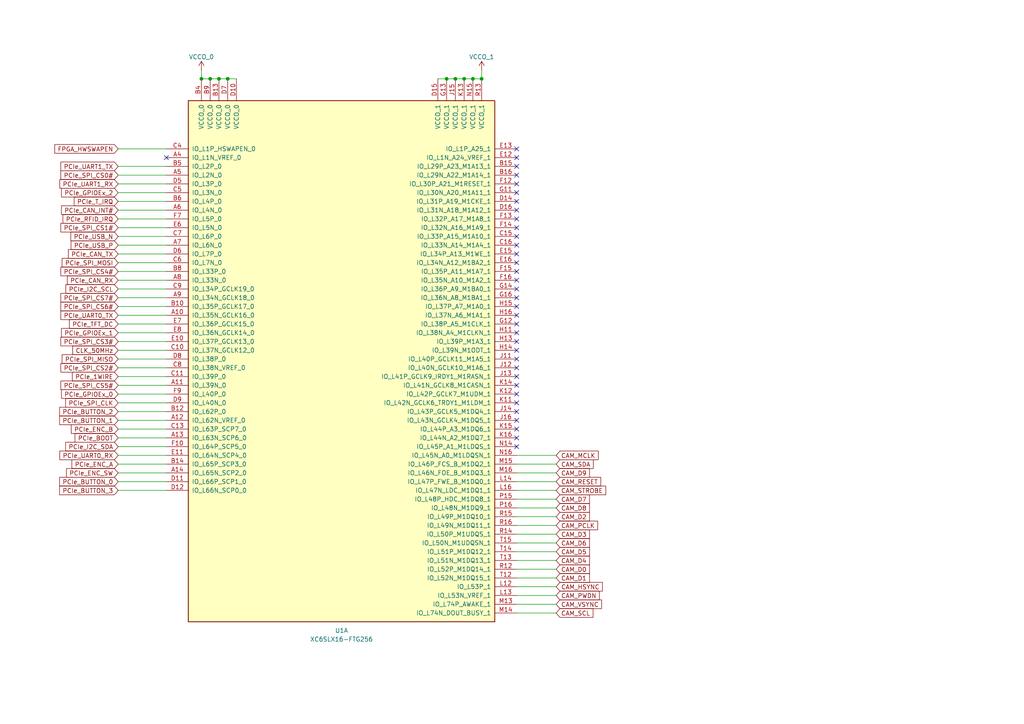
<source format=kicad_sch>
(kicad_sch (version 20231120) (generator "eeschema") (generator_version "8.0")
  (paper "A4")
  (lib_symbols
    (symbol "FPGA_Xilinx_Spartan6:XC6SLX16-FTG256" (pin_names (offset 1.016))
      (property "Reference" "U" (at 0 1.27 0))
      (property "Value" "XC6SLX16-FTG256" (at 0 -1.27 0))
      (symbol "XC6SLX16-FTG256_1_1"
        (rectangle (start -44.45 72.39) (end 44.45 -78.74) (stroke (width 0.254)) (fill (type background)))
        (pin bidirectional line (at -50.8 10.16 0) (length 6.35) (name "IO_L35N_GCLK16_0") (number "A10"))
        (pin bidirectional line (at -50.8 -10.16 0) (length 6.35) (name "IO_L39N_0") (number "A11"))
        (pin bidirectional line (at -50.8 -20.32 0) (length 6.35) (name "IO_L62N_VREF_0") (number "A12"))
        (pin bidirectional line (at -50.8 -25.4 0) (length 6.35) (name "IO_L63N_SCP6_0") (number "A13"))
        (pin bidirectional line (at -50.8 -35.56 0) (length 6.35) (name "IO_L65N_SCP2_0") (number "A14"))
        (pin bidirectional line (at -50.8 55.88 0) (length 6.35) (name "IO_L1N_VREF_0") (number "A4"))
        (pin bidirectional line (at -50.8 50.8 0) (length 6.35) (name "IO_L2N_0") (number "A5"))
        (pin bidirectional line (at -50.8 40.64 0) (length 6.35) (name "IO_L4N_0") (number "A6"))
        (pin bidirectional line (at -50.8 30.48 0) (length 6.35) (name "IO_L6N_0") (number "A7"))
        (pin bidirectional line (at -50.8 20.32 0) (length 6.35) (name "IO_L33N_0") (number "A8"))
        (pin bidirectional line (at -50.8 15.24 0) (length 6.35) (name "IO_L34N_GCLK18_0") (number "A9"))
        (pin bidirectional line (at -50.8 12.7 0) (length 6.35) (name "IO_L35P_GCLK17_0") (number "B10"))
        (pin bidirectional line (at -50.8 -17.78 0) (length 6.35) (name "IO_L62P_0") (number "B12"))
        (pin power_in line (at -35.56 78.74 270) (length 6.35) (name "VCCO_0") (number "B13"))
        (pin bidirectional line (at -50.8 -33.02 0) (length 6.35) (name "IO_L65P_SCP3_0") (number "B14"))
        (pin bidirectional line (at 50.8 53.34 180) (length 6.35) (name "IO_L29P_A23_M1A13_1") (number "B15"))
        (pin bidirectional line (at 50.8 50.8 180) (length 6.35) (name "IO_L29N_A22_M1A14_1") (number "B16"))
        (pin power_in line (at -40.64 78.74 270) (length 6.35) (name "VCCO_0") (number "B4"))
        (pin bidirectional line (at -50.8 53.34 0) (length 6.35) (name "IO_L2P_0") (number "B5"))
        (pin bidirectional line (at -50.8 43.18 0) (length 6.35) (name "IO_L4P_0") (number "B6"))
        (pin bidirectional line (at -50.8 22.86 0) (length 6.35) (name "IO_L33P_0") (number "B8"))
        (pin power_in line (at -38.1 78.74 270) (length 6.35) (name "VCCO_0") (number "B9"))
        (pin bidirectional line (at -50.8 0 0) (length 6.35) (name "IO_L37N_GCLK12_0") (number "C10"))
        (pin bidirectional line (at -50.8 -7.62 0) (length 6.35) (name "IO_L39P_0") (number "C11"))
        (pin bidirectional line (at -50.8 -22.86 0) (length 6.35) (name "IO_L63P_SCP7_0") (number "C13"))
        (pin bidirectional line (at 50.8 33.02 180) (length 6.35) (name "IO_L33P_A15_M1A10_1") (number "C15"))
        (pin bidirectional line (at 50.8 30.48 180) (length 6.35) (name "IO_L33N_A14_M1A4_1") (number "C16"))
        (pin bidirectional line (at -50.8 58.42 0) (length 6.35) (name "IO_L1P_HSWAPEN_0") (number "C4"))
        (pin bidirectional line (at -50.8 45.72 0) (length 6.35) (name "IO_L3N_0") (number "C5"))
        (pin bidirectional line (at -50.8 25.4 0) (length 6.35) (name "IO_L7N_0") (number "C6"))
        (pin bidirectional line (at -50.8 33.02 0) (length 6.35) (name "IO_L6P_0") (number "C7"))
        (pin bidirectional line (at -50.8 -5.08 0) (length 6.35) (name "IO_L38N_VREF_0") (number "C8"))
        (pin bidirectional line (at -50.8 17.78 0) (length 6.35) (name "IO_L34P_GCLK19_0") (number "C9"))
        (pin power_in line (at -30.48 78.74 270) (length 6.35) (name "VCCO_0") (number "D10"))
        (pin bidirectional line (at -50.8 -38.1 0) (length 6.35) (name "IO_L66P_SCP1_0") (number "D11"))
        (pin bidirectional line (at -50.8 -40.64 0) (length 6.35) (name "IO_L66N_SCP0_0") (number "D12"))
        (pin bidirectional line (at 50.8 43.18 180) (length 6.35) (name "IO_L31P_A19_M1CKE_1") (number "D14"))
        (pin power_in line (at 27.94 78.74 270) (length 6.35) (name "VCCO_1") (number "D15"))
        (pin bidirectional line (at 50.8 40.64 180) (length 6.35) (name "IO_L31N_A18_M1A12_1") (number "D16"))
        (pin bidirectional line (at -50.8 48.26 0) (length 6.35) (name "IO_L3P_0") (number "D5"))
        (pin bidirectional line (at -50.8 27.94 0) (length 6.35) (name "IO_L7P_0") (number "D6"))
        (pin power_in line (at -33.02 78.74 270) (length 6.35) (name "VCCO_0") (number "D7"))
        (pin bidirectional line (at -50.8 -2.54 0) (length 6.35) (name "IO_L38P_0") (number "D8"))
        (pin bidirectional line (at -50.8 -15.24 0) (length 6.35) (name "IO_L40N_0") (number "D9"))
        (pin bidirectional line (at -50.8 2.54 0) (length 6.35) (name "IO_L37P_GCLK13_0") (number "E10"))
        (pin bidirectional line (at -50.8 -30.48 0) (length 6.35) (name "IO_L64N_SCP4_0") (number "E11"))
        (pin bidirectional line (at 50.8 55.88 180) (length 6.35) (name "IO_L1N_A24_VREF_1") (number "E12"))
        (pin bidirectional line (at 50.8 58.42 180) (length 6.35) (name "IO_L1P_A25_1") (number "E13"))
        (pin bidirectional line (at 50.8 27.94 180) (length 6.35) (name "IO_L34P_A13_M1WE_1") (number "E15"))
        (pin bidirectional line (at 50.8 25.4 180) (length 6.35) (name "IO_L34N_A12_M1BA2_1") (number "E16"))
        (pin bidirectional line (at -50.8 35.56 0) (length 6.35) (name "IO_L5N_0") (number "E6"))
        (pin bidirectional line (at -50.8 7.62 0) (length 6.35) (name "IO_L36P_GCLK15_0") (number "E7"))
        (pin bidirectional line (at -50.8 5.08 0) (length 6.35) (name "IO_L36N_GCLK14_0") (number "E8"))
        (pin bidirectional line (at -50.8 -27.94 0) (length 6.35) (name "IO_L64P_SCP5_0") (number "F10"))
        (pin bidirectional line (at 50.8 48.26 180) (length 6.35) (name "IO_L30P_A21_M1RESET_1") (number "F12"))
        (pin bidirectional line (at 50.8 38.1 180) (length 6.35) (name "IO_L32P_A17_M1A8_1") (number "F13"))
        (pin bidirectional line (at 50.8 35.56 180) (length 6.35) (name "IO_L32N_A16_M1A9_1") (number "F14"))
        (pin bidirectional line (at 50.8 22.86 180) (length 6.35) (name "IO_L35P_A11_M1A7_1") (number "F15"))
        (pin bidirectional line (at 50.8 20.32 180) (length 6.35) (name "IO_L35N_A10_M1A2_1") (number "F16"))
        (pin bidirectional line (at -50.8 38.1 0) (length 6.35) (name "IO_L5P_0") (number "F7"))
        (pin bidirectional line (at -50.8 -12.7 0) (length 6.35) (name "IO_L40P_0") (number "F9"))
        (pin bidirectional line (at 50.8 45.72 180) (length 6.35) (name "IO_L30N_A20_M1A11_1") (number "G11"))
        (pin bidirectional line (at 50.8 7.62 180) (length 6.35) (name "IO_L38P_A5_M1CLK_1") (number "G12"))
        (pin power_in line (at 30.48 78.74 270) (length 6.35) (name "VCCO_1") (number "G13"))
        (pin bidirectional line (at 50.8 17.78 180) (length 6.35) (name "IO_L36P_A9_M1BA0_1") (number "G14"))
        (pin bidirectional line (at 50.8 15.24 180) (length 6.35) (name "IO_L36N_A8_M1BA1_1") (number "G16"))
        (pin bidirectional line (at 50.8 5.08 180) (length 6.35) (name "IO_L38N_A4_M1CLKN_1") (number "H11"))
        (pin bidirectional line (at 50.8 2.54 180) (length 6.35) (name "IO_L39P_M1A3_1") (number "H13"))
        (pin bidirectional line (at 50.8 0 180) (length 6.35) (name "IO_L39N_M1ODT_1") (number "H14"))
        (pin bidirectional line (at 50.8 12.7 180) (length 6.35) (name "IO_L37P_A7_M1A0_1") (number "H15"))
        (pin bidirectional line (at 50.8 10.16 180) (length 6.35) (name "IO_L37N_A6_M1A1_1") (number "H16"))
        (pin bidirectional line (at 50.8 -2.54 180) (length 6.35) (name "IO_L40P_GCLK11_M1A5_1") (number "J11"))
        (pin bidirectional line (at 50.8 -5.08 180) (length 6.35) (name "IO_L40N_GCLK10_M1A6_1") (number "J12"))
        (pin bidirectional line (at 50.8 -7.62 180) (length 6.35) (name "IO_L41P_GCLK9_IRDY1_M1RASN_1") (number "J13"))
        (pin bidirectional line (at 50.8 -17.78 180) (length 6.35) (name "IO_L43P_GCLK5_M1DQ4_1") (number "J14"))
        (pin power_in line (at 33.02 78.74 270) (length 6.35) (name "VCCO_1") (number "J15"))
        (pin bidirectional line (at 50.8 -20.32 180) (length 6.35) (name "IO_L43N_GCLK4_M1DQ5_1") (number "J16"))
        (pin bidirectional line (at 50.8 -15.24 180) (length 6.35) (name "IO_L42N_GCLK6_TRDY1_M1LDM_1") (number "K11"))
        (pin bidirectional line (at 50.8 -12.7 180) (length 6.35) (name "IO_L42P_GCLK7_M1UDM_1") (number "K12"))
        (pin power_in line (at 35.56 78.74 270) (length 6.35) (name "VCCO_1") (number "K13"))
        (pin bidirectional line (at 50.8 -10.16 180) (length 6.35) (name "IO_L41N_GCLK8_M1CASN_1") (number "K14"))
        (pin bidirectional line (at 50.8 -22.86 180) (length 6.35) (name "IO_L44P_A3_M1DQ6_1") (number "K15"))
        (pin bidirectional line (at 50.8 -25.4 180) (length 6.35) (name "IO_L44N_A2_M1DQ7_1") (number "K16"))
        (pin bidirectional line (at 50.8 -68.58 180) (length 6.35) (name "IO_L53P_1") (number "L12"))
        (pin bidirectional line (at 50.8 -71.12 180) (length 6.35) (name "IO_L53N_VREF_1") (number "L13"))
        (pin bidirectional line (at 50.8 -38.1 180) (length 6.35) (name "IO_L47P_FWE_B_M1DQ0_1") (number "L14"))
        (pin bidirectional line (at 50.8 -40.64 180) (length 6.35) (name "IO_L47N_LDC_M1DQ1_1") (number "L16"))
        (pin bidirectional line (at 50.8 -73.66 180) (length 6.35) (name "IO_L74P_AWAKE_1") (number "M13"))
        (pin bidirectional line (at 50.8 -76.2 180) (length 6.35) (name "IO_L74N_DOUT_BUSY_1") (number "M14"))
        (pin bidirectional line (at 50.8 -33.02 180) (length 6.35) (name "IO_L46P_FCS_B_M1DQ2_1") (number "M15"))
        (pin bidirectional line (at 50.8 -35.56 180) (length 6.35) (name "IO_L46N_FOE_B_M1DQ3_1") (number "M16"))
        (pin bidirectional line (at 50.8 -27.94 180) (length 6.35) (name "IO_L45P_A1_M1LDQS_1") (number "N14"))
        (pin power_in line (at 38.1 78.74 270) (length 6.35) (name "VCCO_1") (number "N15"))
        (pin bidirectional line (at 50.8 -30.48 180) (length 6.35) (name "IO_L45N_A0_M1LDQSN_1") (number "N16"))
        (pin bidirectional line (at 50.8 -43.18 180) (length 6.35) (name "IO_L48P_HDC_M1DQ8_1") (number "P15"))
        (pin bidirectional line (at 50.8 -45.72 180) (length 6.35) (name "IO_L48N_M1DQ9_1") (number "P16"))
        (pin bidirectional line (at 50.8 -63.5 180) (length 6.35) (name "IO_L52P_M1DQ14_1") (number "R12"))
        (pin power_in line (at 40.64 78.74 270) (length 6.35) (name "VCCO_1") (number "R13"))
        (pin bidirectional line (at 50.8 -53.34 180) (length 6.35) (name "IO_L50P_M1UDQS_1") (number "R14"))
        (pin bidirectional line (at 50.8 -48.26 180) (length 6.35) (name "IO_L49P_M1DQ10_1") (number "R15"))
        (pin bidirectional line (at 50.8 -50.8 180) (length 6.35) (name "IO_L49N_M1DQ11_1") (number "R16"))
        (pin bidirectional line (at 50.8 -66.04 180) (length 6.35) (name "IO_L52N_M1DQ15_1") (number "T12"))
        (pin bidirectional line (at 50.8 -60.96 180) (length 6.35) (name "IO_L51N_M1DQ13_1") (number "T13"))
        (pin bidirectional line (at 50.8 -58.42 180) (length 6.35) (name "IO_L51P_M1DQ12_1") (number "T14"))
        (pin bidirectional line (at 50.8 -55.88 180) (length 6.35) (name "IO_L50N_M1UDQSN_1") (number "T15"))
      )
      (symbol "XC6SLX16-FTG256_2_1"
        (rectangle (start -44.45 72.39) (end 44.45 -78.74) (stroke (width 0.254)) (fill (type background)))
        (pin bidirectional line (at 50.8 -55.88 180) (length 6.35) (name "IO_L52N_M3A9_3") (number "A2"))
        (pin bidirectional line (at 50.8 -76.2 180) (length 6.35) (name "IO_L83N_VREF_3") (number "A3"))
        (pin bidirectional line (at 50.8 -45.72 180) (length 6.35) (name "IO_L50N_M3BA2_3") (number "B1"))
        (pin bidirectional line (at 50.8 -53.34 180) (length 6.35) (name "IO_L52P_M3A8_3") (number "B2"))
        (pin bidirectional line (at 50.8 -73.66 180) (length 6.35) (name "IO_L83P_3") (number "B3"))
        (pin bidirectional line (at 50.8 -43.18 180) (length 6.35) (name "IO_L50P_M3WE_3") (number "C1"))
        (pin bidirectional line (at 50.8 -35.56 180) (length 6.35) (name "IO_L48N_M3BA1_3") (number "C2"))
        (pin bidirectional line (at 50.8 -33.02 180) (length 6.35) (name "IO_L48P_M3BA0_3") (number "C3"))
        (pin bidirectional line (at 50.8 -40.64 180) (length 6.35) (name "IO_L49N_M3A2_3") (number "D1"))
        (pin power_in line (at 30.48 78.74 270) (length 6.35) (name "VCCO_3") (number "D2"))
        (pin bidirectional line (at 50.8 -38.1 180) (length 6.35) (name "IO_L49P_M3A7_3") (number "D3"))
        (pin bidirectional line (at 50.8 -25.4 180) (length 6.35) (name "IO_L46N_M3CLKN_3") (number "E1"))
        (pin bidirectional line (at 50.8 -22.86 180) (length 6.35) (name "IO_L46P_M3CLK_3") (number "E2"))
        (pin bidirectional line (at 50.8 -66.04 180) (length 6.35) (name "IO_L54N_M3A11_3") (number "E3"))
        (pin bidirectional line (at 50.8 -63.5 180) (length 6.35) (name "IO_L54P_M3RESET_3") (number "E4"))
        (pin bidirectional line (at 50.8 0 180) (length 6.35) (name "IO_L41N_GCLK26_M3DQ5_3") (number "F1"))
        (pin bidirectional line (at 50.8 2.54 180) (length 6.35) (name "IO_L41P_GCLK27_M3DQ4_3") (number "F2"))
        (pin bidirectional line (at 50.8 -60.96 180) (length 6.35) (name "IO_L53N_M3A12_3") (number "F3"))
        (pin bidirectional line (at 50.8 -58.42 180) (length 6.35) (name "IO_L53P_M3CKE_3") (number "F4"))
        (pin bidirectional line (at 50.8 -71.12 180) (length 6.35) (name "IO_L55N_M3A14_3") (number "F5"))
        (pin bidirectional line (at 50.8 -68.58 180) (length 6.35) (name "IO_L55P_M3A13_3") (number "F6"))
        (pin bidirectional line (at 50.8 5.08 180) (length 6.35) (name "IO_L40N_M3DQ7_3") (number "G1"))
        (pin bidirectional line (at 50.8 7.62 180) (length 6.35) (name "IO_L40P_M3DQ6_3") (number "G3"))
        (pin power_in line (at 33.02 78.74 270) (length 6.35) (name "VCCO_3") (number "G4"))
        (pin bidirectional line (at 50.8 -50.8 180) (length 6.35) (name "IO_L51N_M3A4_3") (number "G5"))
        (pin bidirectional line (at 50.8 -48.26 180) (length 6.35) (name "IO_L51P_M3A10_3") (number "G6"))
        (pin bidirectional line (at 50.8 10.16 180) (length 6.35) (name "IO_L39N_M3LDQSN_3") (number "H1"))
        (pin bidirectional line (at 50.8 12.7 180) (length 6.35) (name "IO_L39P_M3LDQS_3") (number "H2"))
        (pin bidirectional line (at 50.8 -15.24 180) (length 6.35) (name "IO_L44N_GCLK20_M3A6_3") (number "H3"))
        (pin bidirectional line (at 50.8 -12.7 180) (length 6.35) (name "IO_L44P_GCLK21_M3A5_3") (number "H4"))
        (pin bidirectional line (at 50.8 -10.16 180) (length 6.35) (name "IO_L43N_GCLK22_IRDY2_M3CASN_3") (number "H5"))
        (pin bidirectional line (at 50.8 15.24 180) (length 6.35) (name "IO_L38N_M3DQ3_3") (number "J1"))
        (pin power_in line (at 35.56 78.74 270) (length 6.35) (name "VCCO_3") (number "J2"))
        (pin bidirectional line (at 50.8 17.78 180) (length 6.35) (name "IO_L38P_M3DQ2_3") (number "J3"))
        (pin bidirectional line (at 50.8 -5.08 180) (length 6.35) (name "IO_L42N_GCLK24_M3LDM_3") (number "J4"))
        (pin bidirectional line (at 50.8 -7.62 180) (length 6.35) (name "IO_L43P_GCLK23_M3RASN_3") (number "J6"))
        (pin bidirectional line (at 50.8 20.32 180) (length 6.35) (name "IO_L37N_M3DQ1_3") (number "K1"))
        (pin bidirectional line (at 50.8 22.86 180) (length 6.35) (name "IO_L37P_M3DQ0_3") (number "K2"))
        (pin bidirectional line (at 50.8 -2.54 180) (length 6.35) (name "IO_L42P_GCLK25_TRDY2_M3UDM_3") (number "K3"))
        (pin power_in line (at 38.1 78.74 270) (length 6.35) (name "VCCO_3") (number "K4"))
        (pin bidirectional line (at 50.8 -27.94 180) (length 6.35) (name "IO_L47P_M3A0_3") (number "K5"))
        (pin bidirectional line (at 50.8 -30.48 180) (length 6.35) (name "IO_L47N_M3A1_3") (number "K6"))
        (pin bidirectional line (at 50.8 25.4 180) (length 6.35) (name "IO_L36N_M3DQ9_3") (number "L1"))
        (pin bidirectional line (at -50.8 27.94 0) (length 6.35) (name "IO_L16P_2") (number "L10"))
        (pin bidirectional line (at 50.8 27.94 180) (length 6.35) (name "IO_L36P_M3DQ8_3") (number "L3"))
        (pin bidirectional line (at 50.8 -17.78 180) (length 6.35) (name "IO_L45P_M3A3_3") (number "L4"))
        (pin bidirectional line (at 50.8 -20.32 180) (length 6.35) (name "IO_L45N_M3ODT_3") (number "L5"))
        (pin bidirectional line (at -50.8 -20.32 0) (length 6.35) (name "IO_L62N_D6_2") (number "L7"))
        (pin bidirectional line (at -50.8 -17.78 0) (length 6.35) (name "IO_L62P_D5_2") (number "L8"))
        (pin bidirectional line (at 50.8 30.48 180) (length 6.35) (name "IO_L35N_M3DQ11_3") (number "M1"))
        (pin bidirectional line (at -50.8 25.4 0) (length 6.35) (name "IO_L16N_VREF_2") (number "M10"))
        (pin bidirectional line (at -50.8 50.8 0) (length 6.35) (name "IO_L2N_CMPMOSI_2") (number "M11"))
        (pin bidirectional line (at -50.8 53.34 0) (length 6.35) (name "IO_L2P_CMPCLK_2") (number "M12"))
        (pin bidirectional line (at 50.8 33.02 180) (length 6.35) (name "IO_L35P_M3DQ10_3") (number "M2"))
        (pin bidirectional line (at 50.8 55.88 180) (length 6.35) (name "IO_L1N_VREF_3") (number "M3"))
        (pin bidirectional line (at 50.8 58.42 180) (length 6.35) (name "IO_L1P_3") (number "M4"))
        (pin bidirectional line (at 50.8 53.34 180) (length 6.35) (name "IO_L2P_3") (number "M5"))
        (pin bidirectional line (at -50.8 -27.94 0) (length 6.35) (name "IO_L64P_D8_2") (number "M6"))
        (pin bidirectional line (at -50.8 5.08 0) (length 6.35) (name "IO_L31N_GCLK30_D15_2") (number "M7"))
        (pin bidirectional line (at -50.8 17.78 0) (length 6.35) (name "IO_L29P_GCLK3_2") (number "M9"))
        (pin bidirectional line (at 50.8 35.56 180) (length 6.35) (name "IO_L34N_M3UDQSN_3") (number "N1"))
        (pin power_in line (at -38.1 78.74 270) (length 6.35) (name "VCCO_2") (number "N10"))
        (pin bidirectional line (at -50.8 38.1 0) (length 6.35) (name "IO_L13P_M1_2") (number "N11"))
        (pin bidirectional line (at -50.8 43.18 0) (length 6.35) (name "IO_L12P_D1_MISO2_2") (number "N12"))
        (pin power_in line (at 40.64 78.74 270) (length 6.35) (name "VCCO_3") (number "N2"))
        (pin bidirectional line (at 50.8 38.1 180) (length 6.35) (name "IO_L34P_M3UDQS_3") (number "N3"))
        (pin bidirectional line (at 50.8 50.8 180) (length 6.35) (name "IO_L2N_3") (number "N4"))
        (pin bidirectional line (at -50.8 -12.7 0) (length 6.35) (name "IO_L49P_D3_2") (number "N5"))
        (pin bidirectional line (at -50.8 -30.48 0) (length 6.35) (name "IO_L64N_D9_2") (number "N6"))
        (pin power_in line (at -40.64 78.74 270) (length 6.35) (name "VCCO_2") (number "N7"))
        (pin bidirectional line (at -50.8 15.24 0) (length 6.35) (name "IO_L29N_GCLK2_2") (number "N8"))
        (pin bidirectional line (at -50.8 33.02 0) (length 6.35) (name "IO_L14P_D11_2") (number "N9"))
        (pin bidirectional line (at 50.8 40.64 180) (length 6.35) (name "IO_L33N_M3DQ13_3") (number "P1"))
        (pin bidirectional line (at -50.8 48.26 0) (length 6.35) (name "IO_L3P_D0_DIN_MISO_MISO1_2") (number "P10"))
        (pin bidirectional line (at -50.8 35.56 0) (length 6.35) (name "IO_L13N_D10_2") (number "P11"))
        (pin bidirectional line (at -50.8 40.64 0) (length 6.35) (name "IO_L12N_D2_MISO3_2") (number "P12"))
        (pin bidirectional line (at 50.8 43.18 180) (length 6.35) (name "IO_L33P_M3DQ12_3") (number "P2"))
        (pin bidirectional line (at -50.8 -22.86 0) (length 6.35) (name "IO_L63P_2") (number "P4"))
        (pin bidirectional line (at -50.8 -15.24 0) (length 6.35) (name "IO_L49N_D4_2") (number "P5"))
        (pin bidirectional line (at -50.8 -2.54 0) (length 6.35) (name "IO_L47P_2") (number "P6"))
        (pin bidirectional line (at -50.8 7.62 0) (length 6.35) (name "IO_L31P_GCLK31_D14_2") (number "P7"))
        (pin bidirectional line (at -50.8 12.7 0) (length 6.35) (name "IO_L30P_GCLK1_D13_2") (number "P8"))
        (pin bidirectional line (at -50.8 30.48 0) (length 6.35) (name "IO_L14N_D12_2") (number "P9"))
        (pin bidirectional line (at 50.8 45.72 180) (length 6.35) (name "IO_L32N_M3DQ15_3") (number "R1"))
        (pin bidirectional line (at -50.8 58.42 0) (length 6.35) (name "IO_L1P_CCLK_2") (number "R11"))
        (pin bidirectional line (at 50.8 48.26 180) (length 6.35) (name "IO_L32P_M3DQ14_3") (number "R2"))
        (pin bidirectional line (at -50.8 -33.02 0) (length 6.35) (name "IO_L65P_INIT_B_2") (number "R3"))
        (pin power_in line (at -35.56 78.74 270) (length 6.35) (name "VCCO_2") (number "R4"))
        (pin bidirectional line (at -50.8 -7.62 0) (length 6.35) (name "IO_L48P_D7_2") (number "R5"))
        (pin bidirectional line (at -50.8 2.54 0) (length 6.35) (name "IO_L32P_GCLK29_2") (number "R7"))
        (pin power_in line (at -33.02 78.74 270) (length 6.35) (name "VCCO_2") (number "R8"))
        (pin bidirectional line (at -50.8 22.86 0) (length 6.35) (name "IO_L23P_2") (number "R9"))
        (pin bidirectional line (at -50.8 45.72 0) (length 6.35) (name "IO_L3N_MOSI_CSI_B_MISO0_2") (number "T10"))
        (pin bidirectional line (at -50.8 55.88 0) (length 6.35) (name "IO_L1N_M0_CMPMISO_2") (number "T11"))
        (pin bidirectional line (at -50.8 -35.56 0) (length 6.35) (name "IO_L65N_CSO_B_2") (number "T3"))
        (pin bidirectional line (at -50.8 -25.4 0) (length 6.35) (name "IO_L63N_2") (number "T4"))
        (pin bidirectional line (at -50.8 -10.16 0) (length 6.35) (name "IO_L48N_RDWR_B_VREF_2") (number "T5"))
        (pin bidirectional line (at -50.8 -5.08 0) (length 6.35) (name "IO_L47N_2") (number "T6"))
        (pin bidirectional line (at -50.8 0 0) (length 6.35) (name "IO_L32N_GCLK28_2") (number "T7"))
        (pin bidirectional line (at -50.8 10.16 0) (length 6.35) (name "IO_L30N_GCLK0_USERCCLK_2") (number "T8"))
        (pin bidirectional line (at -50.8 20.32 0) (length 6.35) (name "IO_L23N_2") (number "T9"))
      )
      (symbol "XC6SLX16-FTG256_3_1"
        (rectangle (start -31.75 15.24) (end 31.75 -15.24) (stroke (width 0.254)) (fill (type background)))
        (pin bidirectional line (at 38.1 7.62 180) (length 6.35) (name "TMS") (number "A15"))
        (pin bidirectional line (at 38.1 12.7 180) (length 6.35) (name "TDI") (number "C12"))
        (pin bidirectional line (at 38.1 5.08 180) (length 6.35) (name "TCK") (number "C14"))
        (pin bidirectional line (at 38.1 10.16 180) (length 6.35) (name "TDO") (number "E14"))
        (pin bidirectional line (at 38.1 -12.7 180) (length 6.35) (name "CMPCS_B_2") (number "L11"))
        (pin bidirectional line (at 38.1 0 180) (length 6.35) (name "DONE_2") (number "P13"))
        (pin bidirectional line (at 38.1 -7.62 180) (length 6.35) (name "SUSPEND") (number "P14"))
        (pin bidirectional line (at 38.1 -2.54 180) (length 6.35) (name "PROGRAM_B_2") (number "T2"))
      )
      (symbol "XC6SLX16-FTG256_4_1"
        (rectangle (start -19.05 30.48) (end 19.05 -30.48) (stroke (width 0.254)) (fill (type background)))
        (pin power_in line (at -25.4 2.54 0) (length 6.35) (name "GND") (number "A1"))
        (pin power_in line (at -25.4 0 0) (length 6.35) (name "GND") (number "A16"))
        (pin power_in line (at -25.4 -5.08 0) (length 6.35) (name "GND") (number "B11"))
        (pin power_in line (at -25.4 -2.54 0) (length 6.35) (name "GND") (number "B7"))
        (pin power_in line (at -25.4 -10.16 0) (length 6.35) (name "GND") (number "D13"))
        (pin power_in line (at -25.4 -7.62 0) (length 6.35) (name "GND") (number "D4"))
        (pin power_in line (at -25.4 27.94 0) (length 6.35) (name "VCCAUX") (number "E5"))
        (pin power_in line (at -25.4 -12.7 0) (length 6.35) (name "GND") (number "E9"))
        (pin power_in line (at -25.4 22.86 0) (length 6.35) (name "VCCAUX") (number "F11"))
        (pin power_in line (at -25.4 25.4 0) (length 6.35) (name "VCCAUX") (number "F8"))
        (pin power_in line (at -25.4 20.32 0) (length 6.35) (name "VCCAUX") (number "G10"))
        (pin power_in line (at -25.4 -20.32 0) (length 6.35) (name "GND") (number "G15"))
        (pin power_in line (at -25.4 -15.24 0) (length 6.35) (name "GND") (number "G2"))
        (pin power_in line (at 25.4 27.94 180) (length 6.35) (name "VCCINT") (number "G7"))
        (pin power_in line (at -25.4 -17.78 0) (length 6.35) (name "GND") (number "G8"))
        (pin power_in line (at 25.4 25.4 180) (length 6.35) (name "VCCINT") (number "G9"))
        (pin power_in line (at 25.4 20.32 180) (length 6.35) (name "VCCINT") (number "H10"))
        (pin power_in line (at -25.4 -27.94 0) (length 6.35) (name "GND") (number "H12"))
        (pin power_in line (at -25.4 17.78 0) (length 6.35) (name "VCCAUX") (number "H6"))
        (pin power_in line (at -25.4 -22.86 0) (length 6.35) (name "GND") (number "H7"))
        (pin power_in line (at 25.4 22.86 180) (length 6.35) (name "VCCINT") (number "H8"))
        (pin power_in line (at -25.4 -25.4 0) (length 6.35) (name "GND") (number "H9"))
        (pin power_in line (at -25.4 15.24 0) (length 6.35) (name "VCCAUX") (number "J10"))
        (pin power_in line (at 25.4 2.54 180) (length 6.35) (name "GND") (number "J5"))
        (pin power_in line (at 25.4 17.78 180) (length 6.35) (name "VCCINT") (number "J7"))
        (pin power_in line (at 25.4 0 180) (length 6.35) (name "GND") (number "J8"))
        (pin power_in line (at 25.4 15.24 180) (length 6.35) (name "VCCINT") (number "J9"))
        (pin power_in line (at 25.4 10.16 180) (length 6.35) (name "VCCINT") (number "K10"))
        (pin power_in line (at 25.4 -2.54 180) (length 6.35) (name "GND") (number "K7"))
        (pin power_in line (at 25.4 12.7 180) (length 6.35) (name "VCCINT") (number "K8"))
        (pin power_in line (at 25.4 -5.08 180) (length 6.35) (name "GND") (number "K9"))
        (pin power_in line (at 25.4 -10.16 180) (length 6.35) (name "GND") (number "L15"))
        (pin power_in line (at 25.4 -7.62 180) (length 6.35) (name "GND") (number "L2"))
        (pin power_in line (at -25.4 12.7 0) (length 6.35) (name "VCCAUX") (number "L6"))
        (pin power_in line (at -25.4 10.16 0) (length 6.35) (name "VCCAUX") (number "L9"))
        (pin power_in line (at 25.4 -12.7 180) (length 6.35) (name "GND") (number "M8"))
        (pin power_in line (at 25.4 -15.24 180) (length 6.35) (name "GND") (number "N13"))
        (pin power_in line (at 25.4 -17.78 180) (length 6.35) (name "GND") (number "P3"))
        (pin power_in line (at 25.4 -22.86 180) (length 6.35) (name "GND") (number "R10"))
        (pin power_in line (at 25.4 -20.32 180) (length 6.35) (name "GND") (number "R6"))
        (pin power_in line (at 25.4 -25.4 180) (length 6.35) (name "GND") (number "T1"))
        (pin power_in line (at 25.4 -27.94 180) (length 6.35) (name "GND") (number "T16"))
      )
    )
    (symbol "power:VDD" (power) (pin_numbers hide) (pin_names (offset 0) hide)
      (property "Value" "VDD" (at 0 3.556 0))
      (symbol "VDD_0_1"
        (polyline (pts (xy -0.762 1.27) (xy 0 2.54)))
        (polyline (pts (xy 0 0) (xy 0 2.54)))
        (polyline (pts (xy 0 2.54) (xy 0.762 1.27)))
      )
      (symbol "VDD_1_1"
        (pin power_in line (at 0 0 90) (length 0) (name "~") (number "1"))
      )
    )
  )
  (junction (at 139.7 22.86))
  (junction (at 63.5 22.86))
  (junction (at 58.42 22.86))
  (junction (at 129.54 22.86))
  (junction (at 137.16 22.86))
  (junction (at 134.62 22.86))
  (junction (at 132.08 22.86))
  (junction (at 60.96 22.86))
  (junction (at 66.04 22.86))
  (no_connect (at 149.86 119.38))
  (no_connect (at 149.86 99.06))
  (no_connect (at 149.86 116.84))
  (no_connect (at 149.86 111.76))
  (no_connect (at 149.86 43.18))
  (no_connect (at 149.86 53.34))
  (no_connect (at 149.86 81.28))
  (no_connect (at 149.86 86.36))
  (no_connect (at 149.86 124.46))
  (no_connect (at 149.86 83.82))
  (no_connect (at 149.86 121.92))
  (no_connect (at 149.86 114.3))
  (no_connect (at 149.86 109.22))
  (no_connect (at 149.86 127))
  (no_connect (at 149.86 60.96))
  (no_connect (at 149.86 68.58))
  (no_connect (at 149.86 45.72))
  (no_connect (at 149.86 91.44))
  (no_connect (at 149.86 76.2))
  (no_connect (at 149.86 96.52))
  (no_connect (at 149.86 50.8))
  (no_connect (at 149.86 78.74))
  (no_connect (at 149.86 104.14))
  (no_connect (at 149.86 129.54))
  (no_connect (at 149.86 71.12))
  (no_connect (at 149.86 58.42))
  (no_connect (at 149.86 93.98))
  (no_connect (at 149.86 55.88))
  (no_connect (at 149.86 63.5))
  (no_connect (at 149.86 48.26))
  (no_connect (at 149.86 101.6))
  (no_connect (at 149.86 73.66))
  (no_connect (at 149.86 106.68))
  (no_connect (at 149.86 88.9))
  (no_connect (at 149.86 66.04))
  (no_connect (at 48.26 45.72))
  (wire (pts (xy 58.42 22.86) (xy 60.96 22.86)))
  (wire (pts (xy 161.29 134.62) (xy 149.86 134.62)))
  (wire (pts (xy 34.29 63.5) (xy 48.26 63.5)))
  (wire (pts (xy 34.29 93.98) (xy 48.26 93.98)))
  (wire (pts (xy 134.62 22.86) (xy 137.16 22.86)))
  (wire (pts (xy 34.29 114.3) (xy 48.26 114.3)))
  (wire (pts (xy 161.29 137.16) (xy 149.86 137.16)))
  (wire (pts (xy 161.29 160.02) (xy 149.86 160.02)))
  (wire (pts (xy 34.29 99.06) (xy 48.26 99.06)))
  (wire (pts (xy 34.29 50.8) (xy 48.26 50.8)))
  (wire (pts (xy 139.7 20.32) (xy 139.7 22.86)))
  (wire (pts (xy 161.29 142.24) (xy 149.86 142.24)))
  (wire (pts (xy 34.29 60.96) (xy 48.26 60.96)))
  (wire (pts (xy 63.5 22.86) (xy 66.04 22.86)))
  (wire (pts (xy 161.29 167.64) (xy 149.86 167.64)))
  (wire (pts (xy 66.04 22.86) (xy 68.58 22.86)))
  (wire (pts (xy 137.16 22.86) (xy 139.7 22.86)))
  (wire (pts (xy 34.29 53.34) (xy 48.26 53.34)))
  (wire (pts (xy 34.29 43.18) (xy 48.26 43.18)))
  (wire (pts (xy 34.29 78.74) (xy 48.26 78.74)))
  (wire (pts (xy 34.29 68.58) (xy 48.26 68.58)))
  (wire (pts (xy 161.29 154.94) (xy 149.86 154.94)))
  (wire (pts (xy 161.29 165.1) (xy 149.86 165.1)))
  (wire (pts (xy 34.29 83.82) (xy 48.26 83.82)))
  (wire (pts (xy 34.29 71.12) (xy 48.26 71.12)))
  (wire (pts (xy 34.29 116.84) (xy 48.26 116.84)))
  (wire (pts (xy 132.08 22.86) (xy 134.62 22.86)))
  (wire (pts (xy 34.29 139.7) (xy 48.26 139.7)))
  (wire (pts (xy 34.29 111.76) (xy 48.26 111.76)))
  (wire (pts (xy 34.29 55.88) (xy 48.26 55.88)))
  (wire (pts (xy 34.29 124.46) (xy 48.26 124.46)))
  (wire (pts (xy 161.29 139.7) (xy 149.86 139.7)))
  (wire (pts (xy 129.54 22.86) (xy 132.08 22.86)))
  (wire (pts (xy 34.29 73.66) (xy 48.26 73.66)))
  (wire (pts (xy 60.96 22.86) (xy 63.5 22.86)))
  (wire (pts (xy 161.29 157.48) (xy 149.86 157.48)))
  (wire (pts (xy 34.29 121.92) (xy 48.26 121.92)))
  (wire (pts (xy 34.29 76.2) (xy 48.26 76.2)))
  (wire (pts (xy 161.29 162.56) (xy 149.86 162.56)))
  (wire (pts (xy 34.29 106.68) (xy 48.26 106.68)))
  (wire (pts (xy 34.29 109.22) (xy 48.26 109.22)))
  (wire (pts (xy 161.29 175.26) (xy 149.86 175.26)))
  (wire (pts (xy 34.29 127) (xy 48.26 127)))
  (wire (pts (xy 161.29 170.18) (xy 149.86 170.18)))
  (wire (pts (xy 34.29 129.54) (xy 48.26 129.54)))
  (wire (pts (xy 161.29 149.86) (xy 149.86 149.86)))
  (wire (pts (xy 127 22.86) (xy 129.54 22.86)))
  (wire (pts (xy 161.29 132.08) (xy 149.86 132.08)))
  (wire (pts (xy 34.29 134.62) (xy 48.26 134.62)))
  (wire (pts (xy 34.29 88.9) (xy 48.26 88.9)))
  (wire (pts (xy 161.29 152.4) (xy 149.86 152.4)))
  (wire (pts (xy 34.29 101.6) (xy 48.26 101.6)))
  (wire (pts (xy 34.29 91.44) (xy 48.26 91.44)))
  (wire (pts (xy 34.29 48.26) (xy 48.26 48.26)))
  (wire (pts (xy 34.29 58.42) (xy 48.26 58.42)))
  (wire (pts (xy 34.29 81.28) (xy 48.26 81.28)))
  (wire (pts (xy 34.29 96.52) (xy 48.26 96.52)))
  (wire (pts (xy 161.29 144.78) (xy 149.86 144.78)))
  (wire (pts (xy 34.29 86.36) (xy 48.26 86.36)))
  (wire (pts (xy 161.29 177.8) (xy 149.86 177.8)))
  (wire (pts (xy 34.29 66.04) (xy 48.26 66.04)))
  (wire (pts (xy 34.29 142.24) (xy 48.26 142.24)))
  (wire (pts (xy 58.42 20.32) (xy 58.42 22.86)))
  (wire (pts (xy 34.29 119.38) (xy 48.26 119.38)))
  (wire (pts (xy 34.29 132.08) (xy 48.26 132.08)))
  (wire (pts (xy 34.29 137.16) (xy 48.26 137.16)))
  (wire (pts (xy 34.29 104.14) (xy 48.26 104.14)))
  (wire (pts (xy 161.29 172.72) (xy 149.86 172.72)))
  (wire (pts (xy 161.29 147.32) (xy 149.86 147.32)))
  (global_label "PCIe_CAN_TX" (shape input) (at 34.29 73.66 180) (property "Intersheetrefs" "${INTERSHEET_REFS}" (effects (hide yes))))
  (global_label "PCIe_SPI_CS6#" (shape input) (at 34.29 88.9 180) (property "Intersheetrefs" "${INTERSHEET_REFS}" (effects (hide yes))))
  (global_label "PCIe_GPIOEx_2" (shape input) (at 34.29 55.88 180) (property "Intersheetrefs" "${INTERSHEET_REFS}" (effects (hide yes))))
  (global_label "PCIe_I2C_SCL" (shape input) (at 34.29 83.82 180) (property "Intersheetrefs" "${INTERSHEET_REFS}" (effects (hide yes))))
  (global_label "CAM_PCLK" (shape input) (at 161.29 152.4 0) (property "Intersheetrefs" "${INTERSHEET_REFS}" (effects (hide yes))))
  (global_label "CAM_MCLK" (shape input) (at 161.29 132.08 0) (property "Intersheetrefs" "${INTERSHEET_REFS}" (effects (hide yes))))
  (global_label "PCIe_SPI_CS0#" (shape input) (at 34.29 50.8 180) (property "Intersheetrefs" "${INTERSHEET_REFS}" (effects (hide yes))))
  (global_label "PCIe_T_IRQ" (shape input) (at 34.29 58.42 180) (property "Intersheetrefs" "${INTERSHEET_REFS}" (effects (hide yes))))
  (global_label "PCIe_BUTTON_3" (shape input) (at 34.29 142.24 180) (property "Intersheetrefs" "${INTERSHEET_REFS}" (effects (hide yes))))
  (global_label "CAM_D3" (shape input) (at 161.29 154.94 0) (property "Intersheetrefs" "${INTERSHEET_REFS}" (effects (hide yes))))
  (global_label "CLK_50MHz" (shape input) (at 34.29 101.6 180) (effects (font (thickness 0.1588))) (property "Intersheetrefs" "${INTERSHEET_REFS}" (effects (hide yes))))
  (global_label "PCIe_UART1_RX" (shape input) (at 34.29 53.34 180) (property "Intersheetrefs" "${INTERSHEET_REFS}" (effects (hide yes))))
  (global_label "PCIe_CAN_RX" (shape input) (at 34.29 81.28 180) (property "Intersheetrefs" "${INTERSHEET_REFS}" (effects (hide yes))))
  (global_label "PCIe_1WIRE" (shape input) (at 34.29 109.22 180) (property "Intersheetrefs" "${INTERSHEET_REFS}" (effects (hide yes))))
  (global_label "PCIe_SPI_CS3#" (shape input) (at 34.29 99.06 180) (property "Intersheetrefs" "${INTERSHEET_REFS}" (effects (hide yes))))
  (global_label "PCIe_ENC_A" (shape input) (at 34.29 134.62 180) (property "Intersheetrefs" "${INTERSHEET_REFS}" (effects (hide yes))))
  (global_label "PCIe_SPI_CS4#" (shape input) (at 34.29 78.74 180) (property "Intersheetrefs" "${INTERSHEET_REFS}" (effects (hide yes))))
  (global_label "CAM_D6" (shape input) (at 161.29 157.48 0) (property "Intersheetrefs" "${INTERSHEET_REFS}" (effects (hide yes))))
  (global_label "CAM_D1" (shape input) (at 161.29 167.64 0) (property "Intersheetrefs" "${INTERSHEET_REFS}" (effects (hide yes))))
  (global_label "CAM_STROBE" (shape input) (at 161.29 142.24 0) (property "Intersheetrefs" "${INTERSHEET_REFS}" (effects (hide yes))))
  (global_label "PCIe_ENC_B" (shape input) (at 34.29 124.46 180) (property "Intersheetrefs" "${INTERSHEET_REFS}" (effects (hide yes))))
  (global_label "PCIe_UART0_RX" (shape input) (at 34.29 132.08 180) (property "Intersheetrefs" "${INTERSHEET_REFS}" (effects (hide yes))))
  (global_label "FPGA_HWSWAPEN" (shape input) (at 34.29 43.18 180) (property "Intersheetrefs" "${INTERSHEET_REFS}" (effects (hide yes))))
  (global_label "PCIe_GPIOEx_1" (shape input) (at 34.29 96.52 180) (property "Intersheetrefs" "${INTERSHEET_REFS}" (effects (hide yes))))
  (global_label "PCIe_UART0_TX" (shape input) (at 34.29 91.44 180) (property "Intersheetrefs" "${INTERSHEET_REFS}" (effects (hide yes))))
  (global_label "PCIe_UART1_TX" (shape input) (at 34.29 48.26 180) (property "Intersheetrefs" "${INTERSHEET_REFS}" (effects (hide yes))))
  (global_label "PCIe_USB_N" (shape input) (at 34.29 68.58 180) (property "Intersheetrefs" "${INTERSHEET_REFS}" (effects (hide yes))))
  (global_label "PCIe_SPI_CS7#" (shape input) (at 34.29 86.36 180) (property "Intersheetrefs" "${INTERSHEET_REFS}" (effects (hide yes))))
  (global_label "PCIe_I2C_SDA" (shape input) (at 34.29 129.54 180) (property "Intersheetrefs" "${INTERSHEET_REFS}" (effects (hide yes))))
  (global_label "PCIe_BUTTON_0" (shape input) (at 34.29 139.7 180) (property "Intersheetrefs" "${INTERSHEET_REFS}" (effects (hide yes))))
  (global_label "CAM_SCL" (shape input) (at 161.29 177.8 0) (property "Intersheetrefs" "${INTERSHEET_REFS}" (effects (hide yes))))
  (global_label "CAM_HSYNC" (shape input) (at 161.29 170.18 0) (property "Intersheetrefs" "${INTERSHEET_REFS}" (effects (hide yes))))
  (global_label "CAM_D8" (shape input) (at 161.29 147.32 0) (property "Intersheetrefs" "${INTERSHEET_REFS}" (effects (hide yes))))
  (global_label "CAM_D5" (shape input) (at 161.29 160.02 0) (property "Intersheetrefs" "${INTERSHEET_REFS}" (effects (hide yes))))
  (global_label "PCIe_SPI_CLK" (shape input) (at 34.29 116.84 180) (property "Intersheetrefs" "${INTERSHEET_REFS}" (effects (hide yes))))
  (global_label "PCIe_SPI_CS5#" (shape input) (at 34.29 111.76 180) (property "Intersheetrefs" "${INTERSHEET_REFS}" (effects (hide yes))))
  (global_label "CAM_VSYNC" (shape input) (at 161.29 175.26 0) (property "Intersheetrefs" "${INTERSHEET_REFS}" (effects (hide yes))))
  (global_label "PCIe_USB_P" (shape input) (at 34.29 71.12 180) (property "Intersheetrefs" "${INTERSHEET_REFS}" (effects (hide yes))))
  (global_label "CAM_SDA" (shape input) (at 161.29 134.62 0) (property "Intersheetrefs" "${INTERSHEET_REFS}" (effects (hide yes))))
  (global_label "PCIe_TFT_DC" (shape input) (at 34.29 93.98 180) (property "Intersheetrefs" "${INTERSHEET_REFS}" (effects (hide yes))))
  (global_label "PCIe_CAN_INT#" (shape input) (at 34.29 60.96 180) (property "Intersheetrefs" "${INTERSHEET_REFS}" (effects (hide yes))))
  (global_label "PCIe_GPIOEx_0" (shape input) (at 34.29 114.3 180) (property "Intersheetrefs" "${INTERSHEET_REFS}" (effects (hide yes))))
  (global_label "PCIe_SPI_CS1#" (shape input) (at 34.29 66.04 180) (property "Intersheetrefs" "${INTERSHEET_REFS}" (effects (hide yes))))
  (global_label "PCIe_SPI_MOSI" (shape input) (at 34.29 76.2 180) (property "Intersheetrefs" "${INTERSHEET_REFS}" (effects (hide yes))))
  (global_label "CAM_D0" (shape input) (at 161.29 165.1 0) (property "Intersheetrefs" "${INTERSHEET_REFS}" (effects (hide yes))))
  (global_label "PCIe_ENC_SW" (shape input) (at 34.29 137.16 180) (property "Intersheetrefs" "${INTERSHEET_REFS}" (effects (hide yes))))
  (global_label "CAM_D9" (shape input) (at 161.29 137.16 0) (property "Intersheetrefs" "${INTERSHEET_REFS}" (effects (hide yes))))
  (global_label "PCIe_SPI_CS2#" (shape input) (at 34.29 106.68 180) (property "Intersheetrefs" "${INTERSHEET_REFS}" (effects (hide yes))))
  (global_label "CAM_D2" (shape input) (at 161.29 149.86 0) (property "Intersheetrefs" "${INTERSHEET_REFS}" (effects (hide yes))))
  (global_label "PCIe_BUTTON_2" (shape input) (at 34.29 119.38 180) (property "Intersheetrefs" "${INTERSHEET_REFS}" (effects (hide yes))))
  (global_label "CAM_D7" (shape input) (at 161.29 144.78 0) (property "Intersheetrefs" "${INTERSHEET_REFS}" (effects (hide yes))))
  (global_label "PCIe_RFID_IRQ" (shape input) (at 34.29 63.5 180) (property "Intersheetrefs" "${INTERSHEET_REFS}" (effects (hide yes))))
  (global_label "PCIe_BOOT" (shape input) (at 34.29 127 180) (property "Intersheetrefs" "${INTERSHEET_REFS}" (effects (hide yes))))
  (global_label "CAM_D4" (shape input) (at 161.29 162.56 0) (property "Intersheetrefs" "${INTERSHEET_REFS}" (effects (hide yes))))
  (global_label "CAM_RESET" (shape input) (at 161.29 139.7 0) (property "Intersheetrefs" "${INTERSHEET_REFS}" (effects (hide yes))))
  (global_label "CAM_PWDN" (shape input) (at 161.29 172.72 0) (property "Intersheetrefs" "${INTERSHEET_REFS}" (effects (hide yes))))
  (global_label "PCIe_BUTTON_1" (shape input) (at 34.29 121.92 180) (property "Intersheetrefs" "${INTERSHEET_REFS}" (effects (hide yes))))
  (global_label "PCIe_SPI_MISO" (shape input) (at 34.29 104.14 180) (property "Intersheetrefs" "${INTERSHEET_REFS}" (effects (hide yes))))
  (symbol (lib_id "FPGA_Xilinx_Spartan6:XC6SLX16-FTG256") (at 99.06 101.6 0) (unit 1)
    (property "Reference" "U1" (at 99.06 182.88 0))
    (property "Value" "XC6SLX16-FTG256" (at 99.06 185.42 0))
    (property "Footprint" "Package_BGA:BGA-256_17.0x17.0mm_Layout16x16_P1.0mm_Ball0.5mm_Pad0.4mm_NSMD" (effects (hide yes)))
    (property "Description" "Spartan 6 LX 16 XC6SLX16-FTG256" (effects (hide yes)))
  )
  (symbol (lib_id "power:VDD") (at 139.7 20.32 0) (unit 1)
    (property "Reference" "#PWR02" (effects (hide yes)))
    (property "Value" "VCCO_1" (at 139.7 16.51 0))
    (property "Description" "Power symbol creates a global label with name \"VDD\"" (effects (hide yes)))
  )
  (symbol (lib_id "power:VDD") (at 58.42 20.32 0) (unit 1)
    (property "Reference" "#PWR01" (effects (hide yes)))
    (property "Value" "VCCO_0" (at 58.42 16.51 0))
    (property "Description" "Power symbol creates a global label with name \"VDD\"" (effects (hide yes)))
  )
)
</source>
